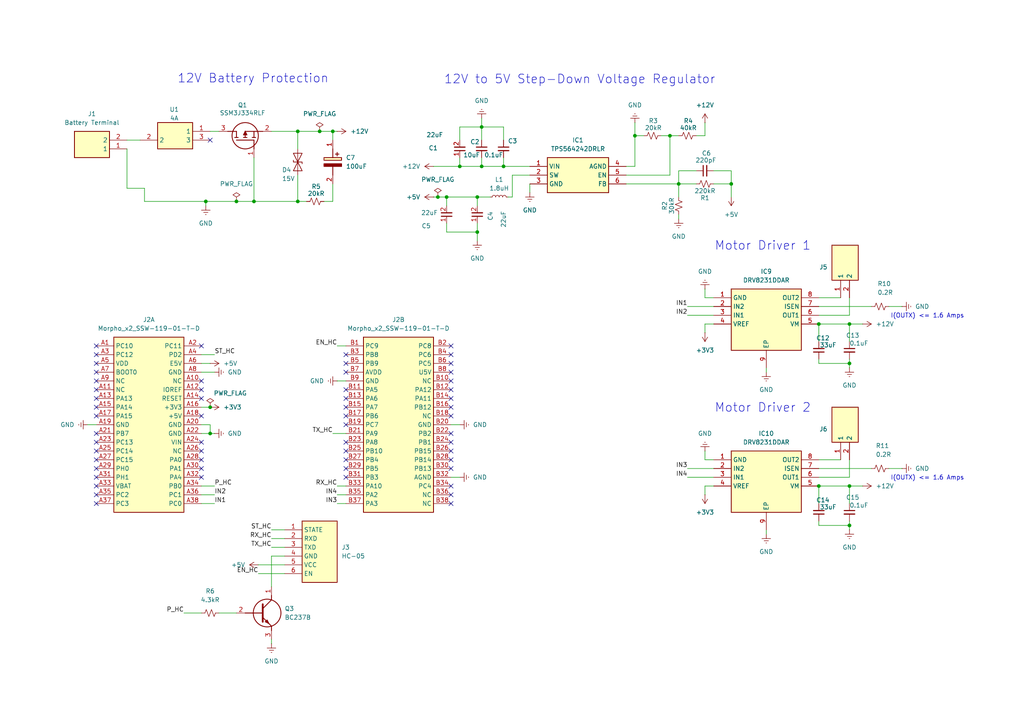
<source format=kicad_sch>
(kicad_sch (version 20250114) (generator "eeschema") (generator_version "9.0")
  (paper "A4")
  (text "I(OUTX) <= 1.6 Amps\n\n" (at 268.986 92.71 0) (effects (font (size 1.27 1.27))))
  (text "Motor Driver 2\n" (at 221.234 118.364 0) (effects (font (size 2.54 2.54))))
  (text "12V to 5V Step-Down Voltage Regulator\n" (at 168.148 23.114 0) (effects (font (size 2.54 2.54))))
  (text "Motor Driver 1\n" (at 221.234 71.374 0) (effects (font (size 2.54 2.54))))
  (text "I(OUTX) <= 1.6 Amps\n\n" (at 268.986 139.7 0) (effects (font (size 1.27 1.27))))
  (text "12V Battery Protection\n" (at 73.406 22.86 0) (effects (font (size 2.54 2.54))))
  (junction (at 60.96 118.11))
  (junction (at 59.69 58.42))
  (junction (at 194.31 39.37))
  (junction (at 146.05 48.26))
  (junction (at 139.7 36.83))
  (junction (at 246.38 140.97))
  (junction (at 246.38 152.4))
  (junction (at 184.15 39.37))
  (junction (at 92.71 38.1))
  (junction (at 96.52 38.1))
  (junction (at 127 57.15))
  (junction (at 196.85 53.34))
  (junction (at 86.36 38.1))
  (junction (at 86.36 58.42))
  (junction (at 237.49 93.98))
  (junction (at 138.43 57.15))
  (junction (at 212.09 53.34))
  (junction (at 246.38 105.41))
  (junction (at 133.35 48.26))
  (junction (at 237.49 140.97))
  (junction (at 68.58 58.42))
  (junction (at 73.66 58.42))
  (junction (at 139.7 48.26))
  (junction (at 246.38 93.98))
  (junction (at 129.54 57.15))
  (junction (at 60.96 125.73))
  (junction (at 138.43 67.31))
  (no_connect (at 130.81 146.05))
  (no_connect (at 100.33 138.43))
  (no_connect (at 100.33 113.03))
  (no_connect (at 58.42 110.49))
  (no_connect (at 100.33 123.19))
  (no_connect (at 27.94 110.49))
  (no_connect (at 27.94 105.41))
  (no_connect (at 27.94 115.57))
  (no_connect (at 27.94 102.87))
  (no_connect (at 130.81 118.11))
  (no_connect (at 130.81 135.89))
  (no_connect (at 27.94 128.27))
  (no_connect (at 27.94 100.33))
  (no_connect (at 130.81 133.35))
  (no_connect (at 60.96 40.64))
  (no_connect (at 27.94 120.65))
  (no_connect (at 27.94 146.05))
  (no_connect (at 27.94 143.51))
  (no_connect (at 100.33 115.57))
  (no_connect (at 130.81 128.27))
  (no_connect (at 100.33 120.65))
  (no_connect (at 58.42 135.89))
  (no_connect (at 58.42 113.03))
  (no_connect (at 130.81 120.65))
  (no_connect (at 130.81 100.33))
  (no_connect (at 130.81 143.51))
  (no_connect (at 27.94 133.35))
  (no_connect (at 130.81 110.49))
  (no_connect (at 100.33 118.11))
  (no_connect (at 130.81 105.41))
  (no_connect (at 100.33 102.87))
  (no_connect (at 27.94 118.11))
  (no_connect (at 130.81 130.81))
  (no_connect (at 100.33 135.89))
  (no_connect (at 130.81 102.87))
  (no_connect (at 27.94 113.03))
  (no_connect (at 27.94 107.95))
  (no_connect (at 100.33 105.41))
  (no_connect (at 58.42 115.57))
  (no_connect (at 58.42 138.43))
  (no_connect (at 27.94 125.73))
  (no_connect (at 27.94 130.81))
  (no_connect (at 27.94 135.89))
  (no_connect (at 100.33 107.95))
  (no_connect (at 100.33 130.81))
  (no_connect (at 58.42 130.81))
  (no_connect (at 130.81 113.03))
  (no_connect (at 100.33 133.35))
  (no_connect (at 130.81 125.73))
  (no_connect (at 58.42 120.65))
  (no_connect (at 58.42 133.35))
  (no_connect (at 58.42 128.27))
  (no_connect (at 130.81 115.57))
  (no_connect (at 27.94 140.97))
  (no_connect (at 58.42 100.33))
  (no_connect (at 100.33 128.27))
  (no_connect (at 27.94 138.43))
  (no_connect (at 130.81 107.95))
  (no_connect (at 130.81 140.97))
  (wire (pts (xy 58.42 123.19) (xy 60.96 123.19)))
  (wire (pts (xy 133.35 36.83) (xy 139.7 36.83)))
  (wire (pts (xy 246.38 140.97) (xy 246.38 146.05)))
  (wire (pts (xy 74.93 163.83) (xy 82.55 163.83)))
  (wire (pts (xy 246.38 152.4) (xy 246.38 153.67)))
  (wire (pts (xy 78.74 158.75) (xy 82.55 158.75)))
  (wire (pts (xy 146.05 48.26) (xy 153.67 48.26)))
  (wire (pts (xy 97.79 146.05) (xy 100.33 146.05)))
  (wire (pts (xy 129.54 57.15) (xy 129.54 59.69)))
  (wire (pts (xy 97.79 100.33) (xy 100.33 100.33)))
  (wire (pts (xy 148.59 50.8) (xy 148.59 57.15)))
  (wire (pts (xy 58.42 125.73) (xy 60.96 125.73)))
  (wire (pts (xy 138.43 57.15) (xy 129.54 57.15)))
  (wire (pts (xy 237.49 104.14) (xy 237.49 105.41)))
  (wire (pts (xy 181.61 48.26) (xy 184.15 48.26)))
  (wire (pts (xy 62.23 102.87) (xy 58.42 102.87)))
  (wire (pts (xy 181.61 53.34) (xy 196.85 53.34)))
  (wire (pts (xy 139.7 36.83) (xy 146.05 36.83)))
  (wire (pts (xy 97.79 143.51) (xy 100.33 143.51)))
  (wire (pts (xy 184.15 39.37) (xy 186.69 39.37)))
  (wire (pts (xy 74.93 166.37) (xy 82.55 166.37)))
  (wire (pts (xy 68.58 58.42) (xy 73.66 58.42)))
  (wire (pts (xy 139.7 45.72) (xy 139.7 48.26)))
  (wire (pts (xy 139.7 34.29) (xy 139.7 36.83)))
  (wire (pts (xy 139.7 36.83) (xy 139.7 40.64)))
  (wire (pts (xy 194.31 50.8) (xy 181.61 50.8)))
  (wire (pts (xy 60.96 38.1) (xy 63.5 38.1)))
  (wire (pts (xy 204.47 86.36) (xy 204.47 83.82)))
  (wire (pts (xy 36.83 54.61) (xy 41.91 54.61)))
  (wire (pts (xy 153.67 53.34) (xy 153.67 55.88)))
  (wire (pts (xy 207.01 53.34) (xy 212.09 53.34)))
  (wire (pts (xy 58.42 143.51) (xy 62.23 143.51)))
  (wire (pts (xy 96.52 38.1) (xy 96.52 40.64)))
  (wire (pts (xy 246.38 138.43) (xy 246.38 133.35)))
  (wire (pts (xy 58.42 107.95) (xy 62.23 107.95)))
  (wire (pts (xy 204.47 39.37) (xy 201.93 39.37)))
  (wire (pts (xy 207.01 49.53) (xy 212.09 49.53)))
  (wire (pts (xy 246.38 93.98) (xy 250.19 93.98)))
  (wire (pts (xy 96.52 38.1) (xy 97.79 38.1)))
  (wire (pts (xy 199.39 138.43) (xy 207.01 138.43)))
  (wire (pts (xy 41.91 58.42) (xy 41.91 54.61)))
  (wire (pts (xy 246.38 91.44) (xy 246.38 86.36)))
  (wire (pts (xy 25.4 123.19) (xy 27.94 123.19)))
  (wire (pts (xy 246.38 105.41) (xy 246.38 106.68)))
  (wire (pts (xy 138.43 57.15) (xy 138.43 59.69)))
  (wire (pts (xy 133.35 48.26) (xy 139.7 48.26)))
  (wire (pts (xy 237.49 88.9) (xy 252.73 88.9)))
  (wire (pts (xy 125.73 57.15) (xy 127 57.15)))
  (wire (pts (xy 204.47 93.98) (xy 204.47 96.52)))
  (wire (pts (xy 63.5 177.8) (xy 68.58 177.8)))
  (wire (pts (xy 204.47 35.56) (xy 204.47 39.37)))
  (wire (pts (xy 138.43 67.31) (xy 138.43 64.77)))
  (wire (pts (xy 237.49 105.41) (xy 246.38 105.41)))
  (wire (pts (xy 246.38 105.41) (xy 246.38 104.14)))
  (wire (pts (xy 41.91 58.42) (xy 59.69 58.42)))
  (wire (pts (xy 207.01 86.36) (xy 204.47 86.36)))
  (wire (pts (xy 207.01 93.98) (xy 204.47 93.98)))
  (wire (pts (xy 257.81 135.89) (xy 261.62 135.89)))
  (wire (pts (xy 125.73 48.26) (xy 133.35 48.26)))
  (wire (pts (xy 196.85 53.34) (xy 196.85 57.15)))
  (wire (pts (xy 82.55 161.29) (xy 78.74 161.29)))
  (wire (pts (xy 237.49 86.36) (xy 243.84 86.36)))
  (wire (pts (xy 184.15 39.37) (xy 184.15 35.56)))
  (wire (pts (xy 246.38 93.98) (xy 246.38 99.06)))
  (wire (pts (xy 86.36 58.42) (xy 88.9 58.42)))
  (wire (pts (xy 207.01 133.35) (xy 204.47 133.35)))
  (wire (pts (xy 62.23 140.97) (xy 58.42 140.97)))
  (wire (pts (xy 237.49 93.98) (xy 237.49 99.06)))
  (wire (pts (xy 78.74 156.21) (xy 82.55 156.21)))
  (wire (pts (xy 60.96 123.19) (xy 60.96 125.73)))
  (wire (pts (xy 73.66 58.42) (xy 86.36 58.42)))
  (wire (pts (xy 246.38 152.4) (xy 246.38 151.13)))
  (wire (pts (xy 196.85 49.53) (xy 196.85 53.34)))
  (wire (pts (xy 78.74 185.42) (xy 78.74 186.69)))
  (wire (pts (xy 237.49 93.98) (xy 246.38 93.98)))
  (wire (pts (xy 130.81 138.43) (xy 133.35 138.43)))
  (wire (pts (xy 96.52 53.34) (xy 96.52 58.42)))
  (wire (pts (xy 237.49 152.4) (xy 246.38 152.4)))
  (wire (pts (xy 196.85 62.23) (xy 196.85 63.5)))
  (wire (pts (xy 93.98 58.42) (xy 96.52 58.42)))
  (wire (pts (xy 92.71 38.1) (xy 96.52 38.1)))
  (wire (pts (xy 130.81 123.19) (xy 133.35 123.19)))
  (wire (pts (xy 138.43 67.31) (xy 138.43 69.85)))
  (wire (pts (xy 97.79 110.49) (xy 100.33 110.49)))
  (wire (pts (xy 78.74 153.67) (xy 82.55 153.67)))
  (wire (pts (xy 153.67 50.8) (xy 148.59 50.8)))
  (wire (pts (xy 86.36 38.1) (xy 86.36 43.18)))
  (wire (pts (xy 199.39 91.44) (xy 207.01 91.44)))
  (wire (pts (xy 204.47 140.97) (xy 204.47 143.51)))
  (wire (pts (xy 191.77 39.37) (xy 194.31 39.37)))
  (wire (pts (xy 86.36 38.1) (xy 92.71 38.1)))
  (wire (pts (xy 147.32 57.15) (xy 148.59 57.15)))
  (wire (pts (xy 58.42 118.11) (xy 60.96 118.11)))
  (wire (pts (xy 184.15 48.26) (xy 184.15 39.37)))
  (wire (pts (xy 194.31 39.37) (xy 196.85 39.37)))
  (wire (pts (xy 201.93 49.53) (xy 196.85 49.53)))
  (wire (pts (xy 204.47 133.35) (xy 204.47 130.81)))
  (wire (pts (xy 129.54 64.77) (xy 129.54 67.31)))
  (wire (pts (xy 257.81 88.9) (xy 261.62 88.9)))
  (wire (pts (xy 60.96 125.73) (xy 62.23 125.73)))
  (wire (pts (xy 58.42 146.05) (xy 62.23 146.05)))
  (wire (pts (xy 58.42 105.41) (xy 60.96 105.41)))
  (wire (pts (xy 59.69 58.42) (xy 59.69 59.69)))
  (wire (pts (xy 212.09 57.15) (xy 212.09 53.34)))
  (wire (pts (xy 133.35 45.72) (xy 133.35 48.26)))
  (wire (pts (xy 196.85 53.34) (xy 201.93 53.34)))
  (wire (pts (xy 222.25 153.67) (xy 222.25 154.94)))
  (wire (pts (xy 97.79 140.97) (xy 100.33 140.97)))
  (wire (pts (xy 146.05 36.83) (xy 146.05 40.64)))
  (wire (pts (xy 237.49 91.44) (xy 246.38 91.44)))
  (wire (pts (xy 36.83 40.64) (xy 40.64 40.64)))
  (wire (pts (xy 237.49 135.89) (xy 252.73 135.89)))
  (wire (pts (xy 222.25 106.68) (xy 222.25 107.95)))
  (wire (pts (xy 142.24 57.15) (xy 138.43 57.15)))
  (wire (pts (xy 139.7 48.26) (xy 146.05 48.26)))
  (wire (pts (xy 59.69 58.42) (xy 68.58 58.42)))
  (wire (pts (xy 146.05 45.72) (xy 146.05 48.26)))
  (wire (pts (xy 237.49 138.43) (xy 246.38 138.43)))
  (wire (pts (xy 207.01 140.97) (xy 204.47 140.97)))
  (wire (pts (xy 133.35 40.64) (xy 133.35 36.83)))
  (wire (pts (xy 73.66 45.72) (xy 73.66 58.42)))
  (wire (pts (xy 237.49 133.35) (xy 243.84 133.35)))
  (wire (pts (xy 246.38 140.97) (xy 250.19 140.97)))
  (wire (pts (xy 199.39 88.9) (xy 207.01 88.9)))
  (wire (pts (xy 127 57.15) (xy 129.54 57.15)))
  (wire (pts (xy 78.74 161.29) (xy 78.74 170.18)))
  (wire (pts (xy 237.49 140.97) (xy 246.38 140.97)))
  (wire (pts (xy 237.49 151.13) (xy 237.49 152.4)))
  (wire (pts (xy 78.74 38.1) (xy 86.36 38.1)))
  (wire (pts (xy 237.49 140.97) (xy 237.49 146.05)))
  (wire (pts (xy 86.36 50.8) (xy 86.36 58.42)))
  (wire (pts (xy 199.39 135.89) (xy 207.01 135.89)))
  (wire (pts (xy 194.31 39.37) (xy 194.31 50.8)))
  (wire (pts (xy 36.83 43.18) (xy 36.83 54.61)))
  (wire (pts (xy 212.09 49.53) (xy 212.09 53.34)))
  (wire (pts (xy 96.52 125.73) (xy 100.33 125.73)))
  (wire (pts (xy 129.54 67.31) (xy 138.43 67.31)))
  (wire (pts (xy 53.34 177.8) (xy 58.42 177.8)))
  (label "P_HC" (at 62.23 140.97 0))
  (label "P_HC" (at 53.34 177.8 180))
  (label "IN3" (at 97.79 146.05 180))
  (label "EN_HC" (at 97.79 100.33 180))
  (label "RX_HC" (at 78.74 156.21 180))
  (label "RX_HC" (at 97.79 140.97 180))
  (label "TX_HC" (at 78.74 158.75 180))
  (label "IN2" (at 199.39 91.44 180))
  (label "ST_HC" (at 62.23 102.87 0))
  (label "IN1" (at 62.23 146.05 0))
  (label "ST_HC" (at 78.74 153.67 180))
  (label "IN4" (at 199.39 138.43 180))
  (label "IN1" (at 199.39 88.9 180))
  (label "EN_HC" (at 74.93 166.37 180))
  (label "IN4" (at 97.79 143.51 180))
  (label "IN2" (at 62.23 143.51 0))
  (label "TX_HC" (at 96.52 125.73 180))
  (label "IN3" (at 199.39 135.89 180))
  (symbol (lib_id "JAARK_lib:CL21B104KBCNNNC") (at 138.43 71.12 90) (unit 1)
    (property "Reference" "C4" (at 142.24 64.008 0) (effects (justify left)))
    (property "Value" "22uF" (at 146.05 66.04 0) (effects (justify left)))
    (property "Footprint" "JAARK_lib:CAPC2012X95N" (effects (hide yes)))
    (property "Description" "Unpolarized capacitor, small symbol" (effects (hide yes)))
    (property "Height" "0.95" (effects (hide yes)))
    (property "Manufacturer_Name" "SAMSUNG" (effects (hide yes)))
    (property "Manufacturer_Part_Number" "CL21B104KBCNNNC" (effects (hide yes)))
    (property "Mouser Part Number" "187-CL21B104KBCNNNC" (effects (hide yes)))
    (property "Mouser Price/Stock" "https://www.mouser.co.uk/ProductDetail/Samsung-Electro-Mechanics/CL21B104KBCNNNC?qs=349EhDEZ59pEfpnm5yBEmQ%3D%3D" (effects (hide yes)))
    (property "Arrow Part Number" "CL21B104KBCNNNC" (effects (hide yes)))
    (property "Arrow Price/Stock" "https://www.arrow.com/en/products/cl21b104kbcnnnc/samsung-electro-mechanics?utm_currency=USD&region=nac" (effects (hide yes)))
  )
  (symbol (lib_id "power:GNDREF") (at 25.4 123.19 270) (unit 1)
    (property "Reference" "#PWR045" (effects (hide yes)))
    (property "Value" "GND" (at 21.59 123.1899 90) (effects (justify right)))
    (property "Description" "Power symbol creates a global label with name \"GNDREF\" , reference supply ground" (effects (hide yes)))
  )
  (symbol (lib_id "JAARK_lib:DRV8231DDAR") (at 207.01 133.35 0) (unit 1)
    (property "Reference" "IC10" (at 222.25 125.73 0))
    (property "Value" "DRV8231DDAR" (at 222.25 128.27 0))
    (property "Footprint" "JAARK_lib:SOIC127P600X170-9N" (effects (hide yes)))
    (property "Datasheet" "https://www.ti.com/lit/ds/symlink/drv8231.pdf?HQS=dis-mous-null-mousermode-dsf-pf-null-wwe&ts=1677835700436&ref_url=https%253A%252F%252Fwww.mouser.ch%252F" (effects (hide yes)))
    (property "Description" "Motor Drives 33V H bridge motor driver with current regulation" (effects (hide yes)))
    (property "Height" "1.7" (effects (hide yes)))
    (property "Manufacturer_Name" "Texas Instruments" (effects (hide yes)))
    (property "Manufacturer_Part_Number" "DRV8231DDAR" (effects (hide yes)))
    (property "Mouser Part Number" "595-DRV8231DDAR" (effects (hide yes)))
    (property "Mouser Price/Stock" "https://www.mouser.co.uk/ProductDetail/Texas-Instruments/DRV8231DDAR?qs=Li%252BoUPsLEntrWPqBKwBOfA%3D%3D" (effects (hide yes)))
    (property "Arrow Part Number" "DRV8231DDAR" (effects (hide yes)))
    (property "Arrow Price/Stock" "https://www.arrow.com/en/products/drv8231ddar/texas-instruments?region=nac" (effects (hide yes)))
  )
  (symbol (lib_id "power:+5V") (at 212.09 57.15 180) (unit 1)
    (property "Reference" "#PWR06" (effects (hide yes)))
    (property "Value" "+5V" (at 212.09 62.23 0))
    (property "Description" "Power symbol creates a global label with name \"+5V\"" (effects (hide yes)))
  )
  (symbol (lib_id "SSys_Parts:1984617") (at 36.83 43.18 180) (unit 1) (exclude_from_sim yes)
    (property "Reference" "J1" (at 26.67 33.02 0))
    (property "Value" "Battery Terminal" (at 26.67 35.56 0))
    (property "Footprint" "JAARK_lib:1984617" (effects (hide yes)))
    (property "Datasheet" "https://datasheet.datasheetarchive.com/originals/distributors/Datasheets-DGA17/1074867.pdf" (effects (hide yes)))
    (property "Description" "PCB terminal block, Nominal current: 17.5 A, Nom. voltage: 200 V, Pitch: 3.5 mm, Number of positions: 2, Connection method: Screw connection with wire protector, Mounting: Wave soldering, Conductor/PCB connection direction: 0 , Color: green" (effects (hide yes)))
    (property "Height" "9.3" (effects (hide yes)))
    (property "Manufacturer_Name" "Phoenix Contact" (effects (hide yes)))
    (property "Manufacturer_Part_Number" "1984617" (effects (hide yes)))
    (property "Mouser Part Number" "651-1984617" (effects (hide yes)))
    (property "Mouser Price/Stock" "https://www.mouser.co.uk/ProductDetail/Phoenix-Contact/1984617?qs=ATjOrvm3mOhUrGlJQoUcpQ%3D%3D" (effects (hide yes)))
    (property "Arrow Part Number" "1984617" (effects (hide yes)))
    (property "Arrow Price/Stock" "https://www.arrow.com/en/products/1984617/phoenix-contact?utm_currency=USD&region=nac" (effects (hide yes)))
    (property "Sim.Device" "V" (effects (hide yes)))
    (property "Sim.Type" "DC" (effects (hide yes)))
    (property "Sim.Pins" "1=- 2=+" (effects (hide yes)))
    (property "Sim.Params" "dc=12" (effects (hide yes)))
  )
  (symbol (lib_id "power:+5V") (at 74.93 163.83 90) (unit 1)
    (property "Reference" "#PWR015" (effects (hide yes)))
    (property "Value" "+5V" (at 71.12 163.8299 90) (effects (justify left)))
    (property "Description" "Power symbol creates a global label with name \"+5V\"" (effects (hide yes)))
  )
  (symbol (lib_id "Device:C_Small") (at 237.49 148.59 180) (unit 1)
    (property "Reference" "C14" (at 236.728 145.034 0) (effects (justify right)))
    (property "Value" "33uF" (at 237.744 147.066 0) (effects (justify right)))
    (property "Footprint" "JAARK_lib:CAPC3216X180N" (effects (hide yes)))
    (property "Description" "Unpolarized capacitor, small symbol" (effects (hide yes)))
    (property "Height" "1.8" (effects (hide yes)))
    (property "Manufacturer_Name" "TDK" (effects (hide yes)))
    (property "Manufacturer_Part_Number" "C3216X5R1E336M160AC" (effects (hide yes)))
    (property "Mouser Part Number" "810-C3216X5R1E336M" (effects (hide yes)))
    (property "Mouser Price/Stock" "https://www.mouser.co.uk/ProductDetail/TDK/C3216X5R1E336M160AC?qs=LcTL%2F5vFEzFIMvFz4LzwTw%3D%3D" (effects (hide yes)))
    (property "Arrow Part Number" "C3216X5R1E336M160AC" (effects (hide yes)))
    (property "Arrow Price/Stock" "https://www.arrow.com/en/products/c3216x5r1e336m160ac/tdk" (effects (hide yes)))
  )
  (symbol (lib_id "power:GNDREF") (at 196.85 63.5 0) (unit 1)
    (property "Reference" "#PWR07" (effects (hide yes)))
    (property "Value" "GND" (at 196.85 68.58 0))
    (property "Description" "Power symbol creates a global label with name \"GNDREF\" , reference supply ground" (effects (hide yes)))
  )
  (symbol (lib_id "power:+12V") (at 97.79 38.1 270) (unit 1)
    (property "Reference" "#PWR011" (effects (hide yes)))
    (property "Value" "+12V" (at 101.6 38.0999 90) (effects (justify left)))
    (property "Description" "Power symbol creates a global label with name \"+12V\"" (effects (hide yes)))
  )
  (symbol (lib_id "power:+12V") (at 250.19 93.98 270) (unit 1)
    (property "Reference" "#PWR033" (effects (hide yes)))
    (property "Value" "+12V" (at 254 93.9799 90) (effects (justify left)))
    (property "Description" "Power symbol creates a global label with name \"+12V\"" (effects (hide yes)))
  )
  (symbol (lib_id "power:GNDREF") (at 204.47 130.81 180) (unit 1)
    (property "Reference" "#PWR036" (effects (hide yes)))
    (property "Value" "GND" (at 204.47 125.73 0))
    (property "Description" "Power symbol creates a global label with name \"GNDREF\" , reference supply ground" (effects (hide yes)))
  )
  (symbol (lib_id "JAARK_lib:R_Small_US") (at 255.27 88.9 90) (unit 1)
    (property "Reference" "R10" (at 254.508 82.296 90) (effects (justify right)))
    (property "Value" "0.2R" (at 254.508 84.836 90) (effects (justify right)))
    (property "Footprint" "JAARK_lib:RESC2013X65N" (effects (hide yes)))
    (property "Datasheet" "http://componentsearchengine.com/Datasheets/1/RL1220S-R20-F.pdf" (effects (hide yes)))
    (property "Description" "RESISTOR, 0805 0.2 Ohm +/- 1% 1/4W" (effects (hide yes)))
    (property "Manufacturer_Name" "Susumu" (effects (hide yes)))
    (property "Manufacturer_Part_Number" "RL1220S-R20-F" (effects (hide yes)))
    (property "Mouser Part Number" "754-RL1220S-R20-F" (effects (hide yes)))
    (property "Mouser Price/Stock" "https://www.mouser.co.uk/ProductDetail/Susumu/RL1220S-R20-F?qs=CJ5eSktU8iwMi0y7Brie5g%3D%3D" (effects (hide yes)))
  )
  (symbol (lib_id "power:GNDREF") (at 59.69 59.69 0) (unit 1)
    (property "Reference" "#PWR010" (effects (hide yes)))
    (property "Value" "GND" (at 59.69 64.77 0))
    (property "Description" "Power symbol creates a global label with name \"GNDREF\" , reference supply ground" (effects (hide yes)))
  )
  (symbol (lib_id "power:PWR_FLAG") (at 92.71 38.1 0) (unit 1)
    (property "Reference" "#FLG03" (effects (hide yes)))
    (property "Value" "PWR_FLAG" (at 92.71 33.02 0))
    (property "Description" "Special symbol for telling ERC where power comes from" (effects (hide yes)))
  )
  (symbol (lib_id "JAARK_lib:PPPC061LGBN-RC") (at 82.55 153.67 0) (unit 1)
    (property "Reference" "J3" (at 99.06 158.7499 0) (effects (justify left)))
    (property "Value" "HC-05" (at 99.06 161.2899 0) (effects (justify left)))
    (property "Footprint" "JAARK_lib:PPPC061LGBNRC" (effects (hide yes)))
    (property "Datasheet" "https://drawings-pdf.s3.amazonaws.com/10493.pdf" (effects (hide yes)))
    (property "Description" "CONN HDR 6POS 0.1 GOLD PCB R/A" (effects (hide yes)))
    (property "Height" "2.74" (effects (hide yes)))
    (property "Manufacturer_Name" "Sullins" (effects (hide yes)))
    (property "Manufacturer_Part_Number" "PPPC061LGBN-RC" (effects (hide yes)))
  )
  (symbol (lib_id "Device:L_Small") (at 144.78 57.15 90) (unit 1)
    (property "Reference" "L1" (at 144.78 52.07 90))
    (property "Value" "1.8uH" (at 144.78 54.61 90))
    (property "Footprint" "JAARK_lib:INDPM4141X200N" (effects (hide yes)))
    (property "Description" "Inductor, small symbol" (effects (hide yes)))
    (property "Height" "2" (effects (hide yes)))
    (property "Manufacturer_Name" "Wurth Elektronik" (effects (hide yes)))
    (property "Manufacturer_Part_Number" "74438356018" (effects (hide yes)))
    (property "Mouser Part Number" "710-74438356018" (effects (hide yes)))
    (property "Mouser Price/Stock" "https://www.mouser.co.uk/ProductDetail/Wurth-Elektronik/74438356018?qs=E1W0Z3PUSacWr7bOT88XTQ%3D%3D" (effects (hide yes)))
  )
  (symbol (lib_id "power:GNDREF") (at 246.38 106.68 0) (unit 1)
    (property "Reference" "#PWR034" (effects (hide yes)))
    (property "Value" "GND" (at 246.38 111.76 0))
    (property "Description" "Power symbol creates a global label with name \"GNDREF\" , reference supply ground" (effects (hide yes)))
  )
  (symbol (lib_id "JAARK_lib:Morpho_x2_SSW-119-01-T-D") (at 27.94 100.33 0) (unit 1) (in_bom no)
    (property "Reference" "J2" (at 43.18 92.71 0))
    (property "Value" "Morpho_x2_SSW-119-01-T-D" (at 43.18 95.25 0))
    (property "Footprint" "JAARK_lib:STM_Nucleo_Morpho_x2_Footprint" (effects (hide yes)))
    (property "Datasheet" "https://suddendocs.samtec.com/catalog_english/ssw_th.pdf" (effects (hide yes)))
    (property "Description" "38 Position Receptacle Connector 0.100\" (2.54mm) Through Hole Tin" (effects (hide yes)))
    (property "Height" "8.51" (effects (hide yes)))
    (property "Manufacturer_Name" "SAMTEC" (effects (hide yes)))
    (property "Manufacturer_Part_Number" "SSW-119-01-T-D" (effects (hide yes)))
    (property "Mouser Part Number" "200-SSW11901TD" (effects (hide yes)))
    (property "Mouser Price/Stock" "https://www.mouser.co.uk/ProductDetail/Samtec/SSW-119-01-T-D?qs=rU5fayqh%252BE1z%252B6BRrcprOg%3D%3D" (effects (hide yes)))
    (property "Arrow Part Number" "SSW-119-01-T-D" (effects (hide yes)))
    (property "Arrow Price/Stock" "null?region=nac" (effects (hide yes)))
  )
  (symbol (lib_id "power:GNDREF") (at 133.35 123.19 90) (unit 1)
    (property "Reference" "#PWR012" (effects (hide yes)))
    (property "Value" "GND" (at 137.16 123.1899 90) (effects (justify right)))
    (property "Description" "Power symbol creates a global label with name \"GNDREF\" , reference supply ground" (effects (hide yes)))
  )
  (symbol (lib_id "JAARK_lib:CL21B104KBCNNNC") (at 133.35 52.07 90) (unit 1)
    (property "Reference" "C1" (at 127 42.926 90) (effects (justify left)))
    (property "Value" "22uF" (at 128.524 39.116 90) (effects (justify left)))
    (property "Footprint" "JAARK_lib:CAPC2012X95N" (effects (hide yes)))
    (property "Description" "Unpolarized capacitor, small symbol" (effects (hide yes)))
    (property "MPN" "CL21A226MAYNNNE" (effects (hide yes)))
    (property "Height" "0.95" (effects (hide yes)))
    (property "Manufacturer_Name" "SAMSUNG" (effects (hide yes)))
    (property "Manufacturer_Part_Number" "CL21B104KBCNNNC" (effects (hide yes)))
    (property "Mouser Part Number" "187-CL21B104KBCNNNC" (effects (hide yes)))
    (property "Mouser Price/Stock" "https://www.mouser.co.uk/ProductDetail/Samsung-Electro-Mechanics/CL21B104KBCNNNC?qs=349EhDEZ59pEfpnm5yBEmQ%3D%3D" (effects (hide yes)))
    (property "Arrow Part Number" "CL21B104KBCNNNC" (effects (hide yes)))
    (property "Arrow Price/Stock" "https://www.arrow.com/en/products/cl21b104kbcnnnc/samsung-electro-mechanics?utm_currency=USD&region=nac" (effects (hide yes)))
  )
  (symbol (lib_id "power:+12V") (at 125.73 48.26 90) (unit 1)
    (property "Reference" "#PWR02" (effects (hide yes)))
    (property "Value" "+12V" (at 121.92 48.2599 90) (effects (justify left)))
    (property "Description" "Power symbol creates a global label with name \"+12V\"" (effects (hide yes)))
  )
  (symbol (lib_id "power:+12V") (at 250.19 140.97 270) (unit 1)
    (property "Reference" "#PWR040" (effects (hide yes)))
    (property "Value" "+12V" (at 254 140.9699 90) (effects (justify left)))
    (property "Description" "Power symbol creates a global label with name \"+12V\"" (effects (hide yes)))
  )
  (symbol (lib_id "power:GNDREF") (at 184.15 35.56 180) (unit 1)
    (property "Reference" "#PWR01" (effects (hide yes)))
    (property "Value" "GND" (at 184.15 30.48 0))
    (property "Description" "Power symbol creates a global label with name \"GNDREF\" , reference supply ground" (effects (hide yes)))
  )
  (symbol (lib_id "power:GNDREF") (at 261.62 88.9 90) (unit 1)
    (property "Reference" "#PWR032" (effects (hide yes)))
    (property "Value" "GND" (at 265.43 88.8999 90) (effects (justify right)))
    (property "Description" "Power symbol creates a global label with name \"GNDREF\" , reference supply ground" (effects (hide yes)))
  )
  (symbol (lib_id "JAARK_lib:3586TR") (at 60.96 40.64 180) (unit 1)
    (property "Reference" "U1" (at 50.546 31.75 0))
    (property "Value" "4A" (at 50.546 34.29 0))
    (property "Footprint" "JAARK_lib:3586TR" (effects (hide yes)))
    (property "Datasheet" "https://www.mouser.co.uk/datasheet/2/215/3586TR-741548.pdf" (effects (hide yes)))
    (property "Description" "Fuse Clips SMT Fuse Clip on Tape/Reel" (effects (hide yes)))
    (property "Height" "7.41" (effects (hide yes)))
    (property "Manufacturer_Name" "Keystone Electronics" (effects (hide yes)))
    (property "Manufacturer_Part_Number" "3586TR" (effects (hide yes)))
    (property "Mouser Part Number" "534-3586TR" (effects (hide yes)))
    (property "Mouser Price/Stock" "https://www.mouser.co.uk/ProductDetail/Keystone-Electronics/3586TR?qs=BMR1h6ig6pAYeXjmnRaR8A%3D%3D" (effects (hide yes)))
  )
  (symbol (lib_id "JAARK_lib:SSM3J334R,LF") (at 73.66 45.72 90) (unit 1)
    (property "Reference" "Q1" (at 70.358 30.48 90))
    (property "Value" "SSM3J334RLF" (at 70.358 32.766 90))
    (property "Footprint" "JAARK_lib:2SC2712GRLF" (effects (hide yes)))
    (property "Datasheet" "https://toshiba.semicon-storage.com/info/docget.jsp?did=5579&prodName=SSM3J334R" (effects (hide yes)))
    (property "Description" "Trans MOSFET P-CH Si 30V 4A 3-Pin SOT-23F T/R" (effects (hide yes)))
    (property "Height" "0.88" (effects (hide yes)))
    (property "Manufacturer_Name" "Toshiba" (effects (hide yes)))
    (property "Manufacturer_Part_Number" "SSM3J334R,LF" (effects (hide yes)))
    (property "Mouser Part Number" "757-SSM3J334RLF" (effects (hide yes)))
    (property "Mouser Price/Stock" "https://www.mouser.co.uk/ProductDetail/Toshiba/SSM3J334RLF?qs=PiFplXvYe5VBSYhr6TJz8A%3D%3D" (effects (hide yes)))
    (property "Arrow Part Number" "SSM3J334R,LF" (effects (hide yes)))
    (property "Arrow Price/Stock" "https://www.arrow.com/en/products/ssm3j334rlf/toshiba?region=nac" (effects (hide yes)))
  )
  (symbol (lib_id "Device:R_Small_US") (at 60.96 177.8 90) (unit 1) (in_bom no)
    (property "Reference" "R6" (at 60.96 171.45 90))
    (property "Value" "4.3kR" (at 60.96 173.99 90))
    (property "Footprint" "Resistor_THT:R_Axial_DIN0207_L6.3mm_D2.5mm_P10.16mm_Horizontal" (effects (hide yes)))
    (property "Description" "Resistor, small US symbol" (effects (hide yes)))
  )
  (symbol (lib_id "power:+5V") (at 125.73 57.15 90) (unit 1)
    (property "Reference" "#PWR05" (effects (hide yes)))
    (property "Value" "+5V" (at 121.92 57.1499 90) (effects (justify left)))
    (property "Description" "Power symbol creates a global label with name \"+5V\"" (effects (hide yes)))
  )
  (symbol (lib_id "power:GNDREF") (at 138.43 69.85 0) (unit 1)
    (property "Reference" "#PWR08" (effects (hide yes)))
    (property "Value" "GND" (at 138.43 74.93 0))
    (property "Description" "Power symbol creates a global label with name \"GNDREF\" , reference supply ground" (effects (hide yes)))
  )
  (symbol (lib_id "power:+5V") (at 60.96 105.41 270) (unit 1)
    (property "Reference" "#PWR042" (effects (hide yes)))
    (property "Value" "+5V" (at 64.77 105.4099 90) (effects (justify left)))
    (property "Description" "Power symbol creates a global label with name \"+5V\"" (effects (hide yes)))
  )
  (symbol (lib_id "power:PWR_FLAG") (at 127 57.15 0) (unit 1)
    (property "Reference" "#FLG02" (effects (hide yes)))
    (property "Value" "PWR_FLAG" (at 127 52.07 0))
    (property "Description" "Special symbol for telling ERC where power comes from" (effects (hide yes)))
  )
  (symbol (lib_id "power:GNDREF") (at 97.79 110.49 270) (unit 1)
    (property "Reference" "#PWR044" (effects (hide yes)))
    (property "Value" "GND" (at 93.98 110.4899 90) (effects (justify right)))
    (property "Description" "Power symbol creates a global label with name \"GNDREF\" , reference supply ground" (effects (hide yes)))
  )
  (symbol (lib_id "power:PWR_FLAG") (at 60.96 118.11 0) (unit 1)
    (property "Reference" "#FLG01" (effects (hide yes)))
    (property "Value" "PWR_FLAG" (at 66.802 114.046 0))
    (property "Description" "Special symbol for telling ERC where power comes from" (effects (hide yes)))
  )
  (symbol (lib_id "Device:C_Small") (at 146.05 43.18 0) (unit 1)
    (property "Reference" "C3" (at 147.32 40.894 0) (effects (justify left)))
    (property "Value" "0.1uF" (at 140.462 44.958 0) (effects (justify left)))
    (property "Footprint" "JAARK_lib:C0805" (effects (hide yes)))
    (property "Datasheet" "https://content.kemet.com/datasheets/KEM_C1002_X7R_SMD.pdf" (effects (hide yes)))
    (property "Description" "SMD Comm X7R, Ceramic, 0.1 uF, 10%, 50 VDC, 125 VDC, 125C, -55C, X7R, SMD, MLCC, Temperature Stable, Class II, 2.5 % , 5 GOhms, 11 mg, 0805, 2mm, 1.25mm, 0.78mm, 0.75mm, 0.5mm, 4000, 78  Weeks, 80" (effects (hide yes)))
    (property "Height" "1.1" (effects (hide yes)))
    (property "Manufacturer_Name" "KEMET" (effects (hide yes)))
    (property "Manufacturer_Part_Number" "C0805C104K5RACTU" (effects (hide yes)))
    (property "Mouser Part Number" "80-C0805C104K5R" (effects (hide yes)))
    (property "Mouser Price/Stock" "https://www.mouser.co.uk/ProductDetail/KEMET/C0805C104K5RACTU?qs=Pc30aiB8zWUISNb2Qeyxfw%3D%3D" (effects (hide yes)))
    (property "Arrow Part Number" "C0805C104K5RACTU" (effects (hide yes)))
    (property "Arrow Price/Stock" "https://www.arrow.com/en/products/c0805c104k5ractu/kemet-corporation?utm_currency=USD&region=nac" (effects (hide yes)))
  )
  (symbol (lib_id "power:GNDREF") (at 153.67 55.88 0) (unit 1)
    (property "Reference" "#PWR04" (effects (hide yes)))
    (property "Value" "GND" (at 153.67 60.96 0))
    (property "Description" "Power symbol creates a global label with name \"GNDREF\" , reference supply ground" (effects (hide yes)))
  )
  (symbol (lib_id "Device:R_Small_US") (at 199.39 39.37 270) (unit 1)
    (property "Reference" "R4" (at 199.644 35.052 90))
    (property "Value" "40kR" (at 199.644 37.084 90))
    (property "Footprint" "JAARK_lib:RESC2012X60N" (effects (hide yes)))
    (property "Description" "Resistor, small US symbol" (effects (hide yes)))
    (property "Height" "0.6" (effects (hide yes)))
    (property "Manufacturer_Name" "KEMET" (effects (hide yes)))
    (property "Manufacturer_Part_Number" "RC0805FR-0740K2L" (effects (hide yes)))
    (property "Mouser Part Number" "603-RC0805FR-0740K2L" (effects (hide yes)))
    (property "Mouser Price/Stock" "https://www.mouser.co.uk/ProductDetail/Yageo/RC0805FR-0740K2L?qs=QrWOOBGzeCbZpVapvyHnwA%3D%3D" (effects (hide yes)))
    (property "Arrow Part Number" "RC0805FR-0740K2L" (effects (hide yes)))
    (property "Arrow Price/Stock" "https://www.arrow.com/en/products/rc0805fr-0740k2l/yageo" (effects (hide yes)))
  )
  (symbol (lib_id "power:+3V3") (at 204.47 96.52 180) (unit 1)
    (property "Reference" "#PWR031" (effects (hide yes)))
    (property "Value" "+3V3" (at 204.47 101.6 0))
    (property "Description" "Power symbol creates a global label with name \"+3V3\"" (effects (hide yes)))
  )
  (symbol (lib_id "Device:R_Small_US") (at 204.47 53.34 270) (unit 1)
    (property "Reference" "R1" (at 204.47 57.404 90))
    (property "Value" "220kR" (at 204.47 55.372 90))
    (property "Footprint" "JAARK_lib:RESC2012X65N" (effects (hide yes)))
    (property "Description" "Resistor, small US symbol" (effects (hide yes)))
    (property "Height" "0.65" (effects (hide yes)))
    (property "Manufacturer_Name" "TE Connectivity" (effects (hide yes)))
    (property "Manufacturer_Part_Number" "CRG0805F220K" (effects (hide yes)))
    (property "Mouser Part Number" "279-CRG0805F220K" (effects (hide yes)))
    (property "Mouser Price/Stock" "https://www.mouser.co.uk/ProductDetail/TE-Connectivity-Holsworthy/CRG0805F220K?qs=VHcS2MTj4gaPD9M6gnsEBg%3D%3D" (effects (hide yes)))
    (property "Arrow Part Number" "CRG0805F220K" (effects (hide yes)))
    (property "Arrow Price/Stock" "https://www.arrow.com/en/products/crg0805f220k/te-connectivity" (effects (hide yes)))
  )
  (symbol (lib_id "power:GNDREF") (at 222.25 107.95 0) (unit 1)
    (property "Reference" "#PWR035" (effects (hide yes)))
    (property "Value" "GND" (at 222.25 113.03 0))
    (property "Description" "Power symbol creates a global label with name \"GNDREF\" , reference supply ground" (effects (hide yes)))
  )
  (symbol (lib_id "power:GNDREF") (at 78.74 186.69 0) (unit 1)
    (property "Reference" "#PWR014" (effects (hide yes)))
    (property "Value" "GND" (at 78.74 191.77 0))
    (property "Description" "Power symbol creates a global label with name \"GNDREF\" , reference supply ground" (effects (hide yes)))
  )
  (symbol (lib_id "power:GNDREF") (at 133.35 138.43 90) (unit 1)
    (property "Reference" "#PWR013" (effects (hide yes)))
    (property "Value" "GND" (at 137.16 138.4299 90) (effects (justify right)))
    (property "Description" "Power symbol creates a global label with name \"GNDREF\" , reference supply ground" (effects (hide yes)))
  )
  (symbol (lib_id "Device:R_Small_US") (at 91.44 58.42 270) (unit 1)
    (property "Reference" "R5" (at 91.694 54.102 90))
    (property "Value" "20kR" (at 91.694 56.134 90))
    (property "Footprint" "JAARK_lib:RESC2012X50N" (effects (hide yes)))
    (property "Datasheet" "http://www.susumu.co.jp/common/pdf/n_catalog_partition01_en.pdf" (effects (hide yes)))
    (property "Description" "Thin Film Resistors - SMD 1/8W 20K Ohms 0.1% 0805 25ppm" (effects (hide yes)))
    (property "Height" "0.5" (effects (hide yes)))
    (property "Manufacturer_Name" "Susumu" (effects (hide yes)))
    (property "Manufacturer_Part_Number" "RG2012P-203-B-T5" (effects (hide yes)))
    (property "Mouser Part Number" "754-RG2012P-203-B-T5" (effects (hide yes)))
    (property "Mouser Price/Stock" "https://www.mouser.co.uk/ProductDetail/Susumu/RG2012P-203-B-T5?qs=juJhw1yPxAE0uzMTBmg8Hw%3D%3D" (effects (hide yes)))
  )
  (symbol (lib_id "JAARK_lib:CL21B104KBCNNNC") (at 129.54 71.12 90) (unit 1)
    (property "Reference" "C5" (at 124.968 65.532 90) (effects (justify left)))
    (property "Value" "22uF" (at 127 61.722 90) (effects (justify left)))
    (property "Footprint" "JAARK_lib:CAPC2012X95N" (effects (hide yes)))
    (property "Description" "Unpolarized capacitor, small symbol" (effects (hide yes)))
    (property "Height" "0.95" (effects (hide yes)))
    (property "Manufacturer_Name" "SAMSUNG" (effects (hide yes)))
    (property "Manufacturer_Part_Number" "CL21B104KBCNNNC" (effects (hide yes)))
    (property "Mouser Part Number" "187-CL21B104KBCNNNC" (effects (hide yes)))
    (property "Mouser Price/Stock" "https://www.mouser.co.uk/ProductDetail/Samsung-Electro-Mechanics/CL21B104KBCNNNC?qs=349EhDEZ59pEfpnm5yBEmQ%3D%3D" (effects (hide yes)))
    (property "Arrow Part Number" "CL21B104KBCNNNC" (effects (hide yes)))
    (property "Arrow Price/Stock" "https://www.arrow.com/en/products/cl21b104kbcnnnc/samsung-electro-mechanics?utm_currency=USD&region=nac" (effects (hide yes)))
  )
  (symbol (lib_id "power:GNDREF") (at 246.38 153.67 0) (unit 1)
    (property "Reference" "#PWR039" (effects (hide yes)))
    (property "Value" "GND" (at 246.38 158.75 0))
    (property "Description" "Power symbol creates a global label with name \"GNDREF\" , reference supply ground" (effects (hide yes)))
  )
  (symbol (lib_id "power:GNDREF") (at 139.7 34.29 180) (unit 1)
    (property "Reference" "#PWR03" (effects (hide yes)))
    (property "Value" "GND" (at 139.7 29.21 0))
    (property "Description" "Power symbol creates a global label with name \"GNDREF\" , reference supply ground" (effects (hide yes)))
  )
  (symbol (lib_id "Device:C_Small") (at 246.38 101.6 0) (unit 1)
    (property "Reference" "C13" (at 245.364 97.282 0) (effects (justify left)))
    (property "Value" "0.1uF" (at 246.38 99.568 0) (effects (justify left)))
    (property "Footprint" "JAARK_lib:C0805" (effects (hide yes)))
    (property "Datasheet" "https://content.kemet.com/datasheets/KEM_C1002_X7R_SMD.pdf" (effects (hide yes)))
    (property "Description" "SMD Comm X7R, Ceramic, 0.1 uF, 10%, 50 VDC, 125 VDC, 125C, -55C, X7R, SMD, MLCC, Temperature Stable, Class II, 2.5 % , 5 GOhms, 11 mg, 0805, 2mm, 1.25mm, 0.78mm, 0.75mm, 0.5mm, 4000, 78  Weeks, 80" (effects (hide yes)))
    (property "Height" "1.1" (effects (hide yes)))
    (property "Manufacturer_Name" "KEMET" (effects (hide yes)))
    (property "Manufacturer_Part_Number" "C0805C104K5RACTU" (effects (hide yes)))
    (property "Mouser Part Number" "80-C0805C104K5R" (effects (hide yes)))
    (property "Mouser Price/Stock" "https://www.mouser.co.uk/ProductDetail/KEMET/C0805C104K5RACTU?qs=Pc30aiB8zWUISNb2Qeyxfw%3D%3D" (effects (hide yes)))
    (property "Arrow Part Number" "C0805C104K5RACTU" (effects (hide yes)))
    (property "Arrow Price/Stock" "https://www.arrow.com/en/products/c0805c104k5ractu/kemet-corporation?utm_currency=USD&region=nac" (effects (hide yes)))
  )
  (symbol (lib_id "SSys_Parts:1984617") (at 243.84 133.35 90) (unit 1)
    (property "Reference" "J6" (at 240.03 124.4601 90) (effects (justify left)))
    (property "Footprint" "JAARK_lib:1984617" (effects (hide yes)))
    (property "Datasheet" "https://datasheet.datasheetarchive.com/originals/distributors/Datasheets-DGA17/1074867.pdf" (effects (hide yes)))
    (property "Description" "PCB terminal block, Nominal current: 17.5 A, Nom. voltage: 200 V, Pitch: 3.5 mm, Number of positions: 2, Connection method: Screw connection with wire protector, Mounting: Wave soldering, Conductor/PCB connection direction: 0 , Color: green" (effects (hide yes)))
    (property "Height" "9.3" (effects (hide yes)))
    (property "Manufacturer_Name" "Phoenix Contact" (effects (hide yes)))
    (property "Manufacturer_Part_Number" "1984617" (effects (hide yes)))
    (property "Mouser Part Number" "651-1984617" (effects (hide yes)))
    (property "Mouser Price/Stock" "https://www.mouser.co.uk/ProductDetail/Phoenix-Contact/1984617?qs=ATjOrvm3mOhUrGlJQoUcpQ%3D%3D" (effects (hide yes)))
    (property "Arrow Part Number" "1984617" (effects (hide yes)))
    (property "Arrow Price/Stock" "https://www.arrow.com/en/products/1984617/phoenix-contact?utm_currency=USD&region=nac" (effects (hide yes)))
    (property "Sim.Library" "C:\\Users\\jonar\\Desktop\\SPG30_270K.sub" (effects (hide yes)))
    (property "Sim.Name" "SPG30_270K" (effects (hide yes)))
    (property "Sim.Device" "SUBCKT" (effects (hide yes)))
    (property "Sim.Pins" "1=V+ 2=V-" (effects (hide yes)))
  )
  (symbol (lib_id "power:+3V3") (at 204.47 143.51 180) (unit 1)
    (property "Reference" "#PWR037" (effects (hide yes)))
    (property "Value" "+3V3" (at 204.47 148.59 0))
    (property "Description" "Power symbol creates a global label with name \"+3V3\"" (effects (hide yes)))
  )
  (symbol (lib_id "power:GNDREF") (at 204.47 83.82 180) (unit 1)
    (property "Reference" "#PWR030" (effects (hide yes)))
    (property "Value" "GND" (at 204.47 78.74 0))
    (property "Description" "Power symbol creates a global label with name \"GNDREF\" , reference supply ground" (effects (hide yes)))
  )
  (symbol (lib_id "JAARK_lib:Morpho_x2_SSW-119-01-T-D") (at 100.33 100.33 0) (unit 2) (in_bom no)
    (property "Reference" "J2" (at 115.57 92.71 0))
    (property "Value" "Morpho_x2_SSW-119-01-T-D" (at 115.57 95.25 0))
    (property "Footprint" "JAARK_lib:STM_Nucleo_Morpho_x2_Footprint" (effects (hide yes)))
    (property "Datasheet" "https://suddendocs.samtec.com/catalog_english/ssw_th.pdf" (effects (hide yes)))
    (property "Description" "38 Position Receptacle Connector 0.100\" (2.54mm) Through Hole Tin" (effects (hide yes)))
    (property "Height" "8.51" (effects (hide yes)))
    (property "Manufacturer_Name" "SAMTEC" (effects (hide yes)))
    (property "Manufacturer_Part_Number" "SSW-119-01-T-D" (effects (hide yes)))
    (property "Mouser Part Number" "200-SSW11901TD" (effects (hide yes)))
    (property "Mouser Price/Stock" "https://www.mouser.co.uk/ProductDetail/Samtec/SSW-119-01-T-D?qs=rU5fayqh%252BE1z%252B6BRrcprOg%3D%3D" (effects (hide yes)))
    (property "Arrow Part Number" "SSW-119-01-T-D" (effects (hide yes)))
    (property "Arrow Price/Stock" "null?region=nac" (effects (hide yes)))
  )
  (symbol (lib_id "power:GNDREF") (at 261.62 135.89 90) (unit 1)
    (property "Reference" "#PWR041" (effects (hide yes)))
    (property "Value" "GND" (at 265.43 135.8899 90) (effects (justify right)))
    (property "Description" "Power symbol creates a global label with name \"GNDREF\" , reference supply ground" (effects (hide yes)))
  )
  (symbol (lib_id "Diode:ESD9B3.3ST5G") (at 86.36 46.99 90) (unit 1)
    (property "Reference" "D4" (at 81.788 49.276 90) (effects (justify right)))
    (property "Value" "15V" (at 81.788 51.816 90) (effects (justify right)))
    (property "Footprint" "JAARK_lib:SODFL3616X135N" (effects (hide yes)))
    (property "Datasheet" "https://www.mccsemi.com/pdf/products/SMF5.0-170(SOD-123FL).pdf" (effects (hide yes)))
    (property "Description" "Uni and Bi-directional Type Available (Suffix\"C\"means Bi-directional)  Surface Mount  Low Clamping Voltage  Small, High Thermal Efficiency  Halogen Free. Green Device (Note 1)  Moisture Sensitivity Level 1  Epoxy Meets UL 94 V-0 Flammability Rating  Lead Free Finish/RoHS Compliant (Note 2) (\"P\" Suffix Designates RoHS Compliant. See Ordering Information)" (effects (hide yes)))
    (property "Height" "1.35" (effects (hide yes)))
    (property "Manufacturer_Name" "MCC" (effects (hide yes)))
    (property "Manufacturer_Part_Number" "SMF12CA" (effects (hide yes)))
  )
  (symbol (lib_id "Device:C_Small") (at 237.49 101.6 180) (unit 1)
    (property "Reference" "C12" (at 236.728 98.044 0) (effects (justify right)))
    (property "Value" "33uF" (at 237.744 100.076 0) (effects (justify right)))
    (property "Footprint" "JAARK_lib:CAPC3216X180N" (effects (hide yes)))
    (property "Description" "Unpolarized capacitor, small symbol" (effects (hide yes)))
    (property "Height" "1.8" (effects (hide yes)))
    (property "Manufacturer_Name" "TDK" (effects (hide yes)))
    (property "Manufacturer_Part_Number" "C3216X5R1E336M160AC" (effects (hide yes)))
    (property "Mouser Part Number" "810-C3216X5R1E336M" (effects (hide yes)))
    (property "Mouser Price/Stock" "https://www.mouser.co.uk/ProductDetail/TDK/C3216X5R1E336M160AC?qs=LcTL%2F5vFEzFIMvFz4LzwTw%3D%3D" (effects (hide yes)))
    (property "Arrow Part Number" "C3216X5R1E336M160AC" (effects (hide yes)))
    (property "Arrow Price/Stock" "https://www.arrow.com/en/products/c3216x5r1e336m160ac/tdk" (effects (hide yes)))
  )
  (symbol (lib_id "Device:R_Small_US") (at 255.27 135.89 90) (unit 1)
    (property "Reference" "R11" (at 254 129.286 90) (effects (justify right)))
    (property "Value" "0.2R" (at 254 131.826 90) (effects (justify right)))
    (property "Footprint" "JAARK_lib:RESC2013X65N" (effects (hide yes)))
    (property "Datasheet" "http://componentsearchengine.com/Datasheets/1/RL1220S-R20-F.pdf" (effects (hide yes)))
    (property "Description" "RESISTOR, 0805 0.2 Ohm +/- 1% 1/4W" (effects (hide yes)))
    (property "Manufacturer_Name" "Susumu" (effects (hide yes)))
    (property "Manufacturer_Part_Number" "RL1220S-R20-F" (effects (hide yes)))
    (property "Mouser Part Number" "754-RL1220S-R20-F" (effects (hide yes)))
    (property "Mouser Price/Stock" "https://www.mouser.co.uk/ProductDetail/Susumu/RL1220S-R20-F?qs=CJ5eSktU8iwMi0y7Brie5g%3D%3D" (effects (hide yes)))
  )
  (symbol (lib_id "power:GNDREF") (at 222.25 154.94 0) (unit 1)
    (property "Reference" "#PWR038" (effects (hide yes)))
    (property "Value" "GND" (at 222.25 160.02 0))
    (property "Description" "Power symbol creates a global label with name \"GNDREF\" , reference supply ground" (effects (hide yes)))
  )
  (symbol (lib_id "power:PWR_FLAG") (at 68.58 58.42 0) (unit 1)
    (property "Reference" "#FLG04" (effects (hide yes)))
    (property "Value" "PWR_FLAG" (at 68.58 53.34 0))
    (property "Description" "Special symbol for telling ERC where power comes from" (effects (hide yes)))
  )
  (symbol (lib_id "power:+3V3") (at 60.96 118.11 270) (unit 1)
    (property "Reference" "#PWR046" (effects (hide yes)))
    (property "Value" "+3V3" (at 64.77 118.1099 90) (effects (justify left)))
    (property "Description" "Power symbol creates a global label with name \"+3V3\"" (effects (hide yes)))
  )
  (symbol (lib_id "Device:R_Small_US") (at 196.85 59.69 180) (unit 1)
    (property "Reference" "R2" (at 192.786 59.69 90))
    (property "Value" "30kR" (at 194.818 59.69 90))
    (property "Footprint" "JAARK_lib:RESC2012X60N" (effects (hide yes)))
    (property "Description" "Resistor, small US symbol" (effects (hide yes)))
    (property "Height" "0.6" (effects (hide yes)))
    (property "Manufacturer_Name" "KEMET" (effects (hide yes)))
    (property "Manufacturer_Part_Number" "RC0805FR-0730K1L" (effects (hide yes)))
    (property "Mouser Part Number" "603-RC0805FR-0730K1L" (effects (hide yes)))
    (property "Mouser Price/Stock" "https://www.mouser.com/Search/Refine.aspx?Keyword=603-RC0805FR-0730K1L" (effects (hide yes)))
    (property "Arrow Part Number" "RC0805FR-0730K1L" (effects (hide yes)))
    (property "Arrow Price/Stock" "https://www.arrow.com/en/products/rc0805fr-0730k1l/yageo?region=nac" (effects (hide yes)))
  )
  (symbol (lib_id "Device:R_Small_US") (at 189.23 39.37 270) (unit 1)
    (property "Reference" "R3" (at 189.484 35.052 90))
    (property "Value" "20kR" (at 189.484 37.084 90))
    (property "Footprint" "JAARK_lib:RESC2012X50N" (effects (hide yes)))
    (property "Datasheet" "http://www.susumu.co.jp/common/pdf/n_catalog_partition01_en.pdf" (effects (hide yes)))
    (property "Description" "Thin Film Resistors - SMD 1/8W 20K Ohms 0.1% 0805 25ppm" (effects (hide yes)))
    (property "Height" "0.5" (effects (hide yes)))
    (property "Manufacturer_Name" "Susumu" (effects (hide yes)))
    (property "Manufacturer_Part_Number" "RG2012P-203-B-T5" (effects (hide yes)))
    (property "Mouser Part Number" "754-RG2012P-203-B-T5" (effects (hide yes)))
    (property "Mouser Price/Stock" "https://www.mouser.co.uk/ProductDetail/Susumu/RG2012P-203-B-T5?qs=juJhw1yPxAE0uzMTBmg8Hw%3D%3D" (effects (hide yes)))
  )
  (symbol (lib_id "Device:C_Small") (at 204.47 49.53 90) (unit 1)
    (property "Reference" "C6" (at 206.248 44.45 90) (effects (justify left)))
    (property "Value" "220pF" (at 207.772 46.482 90) (effects (justify left)))
    (property "Footprint" "JAARK_lib:CAPC2012X75N" (effects (hide yes)))
    (property "Datasheet" "http://uk.rs-online.com/web/p/products/7665916" (effects (hide yes)))
    (property "Description" "Samsung Electro-Mechanics 0805 CL 220pF Ceramic Multilayer Capacitor, 50 V, +125C, C0G Dielectric, +/-5% SMD" (effects (hide yes)))
    (property "Height" "0.75" (effects (hide yes)))
    (property "Manufacturer_Name" "SAMSUNG" (effects (hide yes)))
    (property "Manufacturer_Part_Number" "CL21C221JBANNNC" (effects (hide yes)))
    (property "Mouser Part Number" "187-CL21C221JBANNNC" (effects (hide yes)))
    (property "Mouser Price/Stock" "https://www.mouser.co.uk/ProductDetail/Samsung-Electro-Mechanics/CL21C221JBANNNC?qs=349EhDEZ59qMm0Z3G%252B%2FwDw%3D%3D" (effects (hide yes)))
    (property "Arrow Part Number" "CL21C221JBANNNC" (effects (hide yes)))
    (property "Arrow Price/Stock" "https://www.arrow.com/en/products/cl21c221jbannnc/samsung-electro-mechanics" (effects (hide yes)))
  )
  (symbol (lib_id "power:GNDREF") (at 62.23 107.95 90) (unit 1)
    (property "Reference" "#PWR047" (effects (hide yes)))
    (property "Value" "GND" (at 66.04 107.9499 90) (effects (justify right)))
    (property "Description" "Power symbol creates a global label with name \"GNDREF\" , reference supply ground" (effects (hide yes)))
  )
  (symbol (lib_id "JAARK_lib:DRV8231DDAR") (at 207.01 86.36 0) (unit 1)
    (property "Reference" "IC9" (at 222.25 78.74 0))
    (property "Value" "DRV8231DDAR" (at 222.25 81.28 0))
    (property "Footprint" "JAARK_lib:SOIC127P600X170-9N" (effects (hide yes)))
    (property "Datasheet" "https://www.ti.com/lit/ds/symlink/drv8231.pdf?HQS=dis-mous-null-mousermode-dsf-pf-null-wwe&ts=1677835700436&ref_url=https%253A%252F%252Fwww.mouser.ch%252F" (effects (hide yes)))
    (property "Description" "Motor Drives 33V H bridge motor driver with current regulation" (effects (hide yes)))
    (property "Height" "1.7" (effects (hide yes)))
    (property "Manufacturer_Name" "Texas Instruments" (effects (hide yes)))
    (property "Manufacturer_Part_Number" "DRV8231DDAR" (effects (hide yes)))
    (property "Mouser Part Number" "595-DRV8231DDAR" (effects (hide yes)))
    (property "Mouser Price/Stock" "https://www.mouser.co.uk/ProductDetail/Texas-Instruments/DRV8231DDAR?qs=Li%252BoUPsLEntrWPqBKwBOfA%3D%3D" (effects (hide yes)))
    (property "Arrow Part Number" "DRV8231DDAR" (effects (hide yes)))
    (property "Arrow Price/Stock" "https://www.arrow.com/en/products/drv8231ddar/texas-instruments?region=nac" (effects (hide yes)))
  )
  (symbol (lib_id "SSys_Parts:TPS564242DRLR") (at 153.67 48.26 0) (unit 1)
    (property "Reference" "IC1" (at 167.64 40.64 0))
    (property "Value" "TPS564242DRLR" (at 167.64 43.18 0))
    (property "Footprint" "JAARK_lib:SOTFL50P160X60-6N" (effects (hide yes)))
    (property "Datasheet" "https://www.ti.com/lit/ds/symlink/tps564242.pdf?ts=1685014476098&ref_url=https%253A%252F%252Fwww.ti.com%252Fproduct%252FTPS564242%252Fpart-details%252FTPS564242DRLR" (effects (hide yes)))
    (property "Description" "Switching Voltage Regulators 3-V to 16-V input voltage, 4-A ECO mode, synchronous buck converter in SOT-563 package" (effects (hide yes)))
    (property "Height" "0.6" (effects (hide yes)))
    (property "Manufacturer_Name" "Texas Instruments" (effects (hide yes)))
    (property "Manufacturer_Part_Number" "TPS564242DRLR" (effects (hide yes)))
    (property "Mouser Part Number" "595-TPS564242DRLR" (effects (hide yes)))
    (property "Mouser Price/Stock" "https://www.mouser.co.uk/ProductDetail/Texas-Instruments/TPS564242DRLR?qs=tlsG%2FOw5FFglPbz3y0H%252BmQ%3D%3D" (effects (hide yes)))
    (property "Arrow Part Number" "TPS564242DRLR" (effects (hide yes)))
    (property "Arrow Price/Stock" "https://www.arrow.com/en/products/tps564242drlr/texas-instruments?region=nac" (effects (hide yes)))
    (property "Sim.Device" "R" (effects (hide yes)))
    (property "Sim.Pins" "1=+ 2=-" (effects (hide yes)))
    (property "Sim.Params" "r=1000" (effects (hide yes)))
  )
  (symbol (lib_id "SSys_Parts:1984617") (at 243.84 86.36 90) (unit 1)
    (property "Reference" "J5" (at 240.03 77.4701 90) (effects (justify left)))
    (property "Footprint" "JAARK_lib:1984617" (effects (hide yes)))
    (property "Datasheet" "https://datasheet.datasheetarchive.com/originals/distributors/Datasheets-DGA17/1074867.pdf" (effects (hide yes)))
    (property "Description" "PCB terminal block, Nominal current: 17.5 A, Nom. voltage: 200 V, Pitch: 3.5 mm, Number of positions: 2, Connection method: Screw connection with wire protector, Mounting: Wave soldering, Conductor/PCB connection direction: 0 , Color: green" (effects (hide yes)))
    (property "Height" "9.3" (effects (hide yes)))
    (property "Manufacturer_Name" "Phoenix Contact" (effects (hide yes)))
    (property "Manufacturer_Part_Number" "1984617" (effects (hide yes)))
    (property "Mouser Part Number" "651-1984617" (effects (hide yes)))
    (property "Mouser Price/Stock" "https://www.mouser.co.uk/ProductDetail/Phoenix-Contact/1984617?qs=ATjOrvm3mOhUrGlJQoUcpQ%3D%3D" (effects (hide yes)))
    (property "Arrow Part Number" "1984617" (effects (hide yes)))
    (property "Arrow Price/Stock" "https://www.arrow.com/en/products/1984617/phoenix-contact?utm_currency=USD&region=nac" (effects (hide yes)))
    (property "Sim.Library" "C:\\Users\\jonar\\Desktop\\SPG30_270K.sub" (effects (hide yes)))
    (property "Sim.Name" "SPG30_270K" (effects (hide yes)))
    (property "Sim.Device" "SUBCKT" (effects (hide yes)))
    (property "Sim.Pins" "1=V+ 2=V-" (effects (hide yes)))
  )
  (symbol (lib_id "power:+12V") (at 204.47 35.56 0) (unit 1)
    (property "Reference" "#PWR09" (effects (hide yes)))
    (property "Value" "+12V" (at 204.47 30.48 0))
    (property "Description" "Power symbol creates a global label with name \"+12V\"" (effects (hide yes)))
  )
  (symbol (lib_id "Device:C_Small") (at 139.7 43.18 0) (unit 1)
    (property "Reference" "C2" (at 136.398 41.148 0) (effects (justify left)))
    (property "Value" "10uF" (at 134.366 44.958 0) (effects (justify left)))
    (property "Footprint" "JAARK_lib:CAPC2012X145N" (effects (hide yes)))
    (property "Description" "Unpolarized capacitor, small symbol" (effects (hide yes)))
    (property "Height" "1.45" (effects (hide yes)))
    (property "Manufacturer_Name" "SAMSUNG" (effects (hide yes)))
    (property "Manufacturer_Part_Number" "CL21A106KAYNNNG" (effects (hide yes)))
    (property "Mouser Part Number" "187-CL21A106KAYNNNG" (effects (hide yes)))
    (property "Mouser Price/Stock" "https://www.mouser.co.uk/ProductDetail/Samsung-Electro-Mechanics/CL21A106KAYNNNG?qs=yOVawPpwOwl2HL%252Buj2PlNg%3D%3D" (effects (hide yes)))
    (property "Arrow Part Number" "CL21A106KAYNNNG" (effects (hide yes)))
    (property "Arrow Price/Stock" "https://www.arrow.com/en/products/cl21a106kaynnng/samsung-electro-mechanics?region=nac" (effects (hide yes)))
  )
  (symbol (lib_id "JAARK_lib:BC237B") (at 68.58 177.8 0) (unit 1)
    (property "Reference" "Q3" (at 82.55 176.5299 0) (effects (justify left)))
    (property "Value" "BC237B" (at 82.55 179.0699 0) (effects (justify left)))
    (property "Footprint" "JAARK_lib:TO-92__TO-226_" (effects (hide yes)))
    (property "Datasheet" "https://www.onsemi.com/pub/Collateral/BC237-D.PDF" (effects (hide yes)))
    (property "Description" "ON Semi BC237B NPN Bipolar Transistor, 100 mA, 45 V, 3-Pin TO-92" (effects (hide yes)))
    (property "Height" "5.33" (effects (hide yes)))
    (property "Manufacturer_Name" "onsemi" (effects (hide yes)))
    (property "Manufacturer_Part_Number" "BC237B" (effects (hide yes)))
    (property "Mouser Part Number" "512-BC237B" (effects (hide yes)))
    (property "Mouser Price/Stock" "http://www.mouser.com/Search/ProductDetail.aspx?qs=UMEuL5FsraB1q1ZF99shAQ%3d%3d" (effects (hide yes)))
  )
  (symbol (lib_id "power:GNDREF") (at 62.23 125.73 90) (unit 1)
    (property "Reference" "#PWR043" (effects (hide yes)))
    (property "Value" "GND" (at 66.04 125.7299 90) (effects (justify right)))
    (property "Description" "Power symbol creates a global label with name \"GNDREF\" , reference supply ground" (effects (hide yes)))
  )
  (symbol (lib_id "Device:C_Small") (at 246.38 148.59 0) (unit 1)
    (property "Reference" "C15" (at 245.364 144.272 0) (effects (justify left)))
    (property "Value" "0.1uF" (at 246.38 146.558 0) (effects (justify left)))
    (property "Footprint" "JAARK_lib:C0805" (effects (hide yes)))
    (property "Datasheet" "https://content.kemet.com/datasheets/KEM_C1002_X7R_SMD.pdf" (effects (hide yes)))
    (property "Description" "SMD Comm X7R, Ceramic, 0.1 uF, 10%, 50 VDC, 125 VDC, 125C, -55C, X7R, SMD, MLCC, Temperature Stable, Class II, 2.5 % , 5 GOhms, 11 mg, 0805, 2mm, 1.25mm, 0.78mm, 0.75mm, 0.5mm, 4000, 78  Weeks, 80" (effects (hide yes)))
    (property "Height" "1.1" (effects (hide yes)))
    (property "Manufacturer_Name" "KEMET" (effects (hide yes)))
    (property "Manufacturer_Part_Number" "C0805C104K5RACTU" (effects (hide yes)))
    (property "Mouser Part Number" "80-C0805C104K5R" (effects (hide yes)))
    (property "Mouser Price/Stock" "https://www.mouser.co.uk/ProductDetail/KEMET/C0805C104K5RACTU?qs=Pc30aiB8zWUISNb2Qeyxfw%3D%3D" (effects (hide yes)))
    (property "Arrow Part Number" "C0805C104K5RACTU" (effects (hide yes)))
    (property "Arrow Price/Stock" "https://www.arrow.com/en/products/c0805c104k5ractu/kemet-corporation?utm_currency=USD&region=nac" (effects (hide yes)))
  )
  (symbol (lib_id "JAARK_lib:UWT1V101MCL1GS") (at 96.52 40.64 270) (unit 1)
    (property "Reference" "C7" (at 100.33 45.7199 90) (effects (justify left)))
    (property "Value" "100uF" (at 100.33 48.2599 90) (effects (justify left)))
    (property "Footprint" "JAARK_lib:CAPAE660X800N" (effects (hide yes)))
    (property "Datasheet" "http://www.mouser.com/ds/2/293/e-uwt-880115.pdf" (effects (hide yes)))
    (property "Description" "Al Cap WT series SMT 100uF 35V Nichicon Aluminium Electrolytic Capacitor 100uF 35 V 6.3mm Surface Mount 5101-4 series WT lifetime 1000h" (effects (hide yes)))
    (property "Height" "8" (effects (hide yes)))
    (property "Manufacturer_Name" "Nichicon" (effects (hide yes)))
    (property "Manufacturer_Part_Number" "UWT1V101MCL1GS" (effects (hide yes)))
    (property "Mouser Part Number" "647-UWT1V101MCL1S" (effects (hide yes)))
    (property "Mouser Price/Stock" "https://www.mouser.co.uk/ProductDetail/Nichicon/UWT1V101MCL1GS?qs=nG%2Fv56AVa5sB1atDEGzDJQ%3D%3D" (effects (hide yes)))
    (property "Arrow Part Number" "UWT1V101MCL1GS" (effects (hide yes)))
    (property "Arrow Price/Stock" "https://www.arrow.com/en/products/uwt1v101mcl1gs/nichicon?utm_currency=USD&region=nac" (effects (hide yes)))
  )
)
</source>
